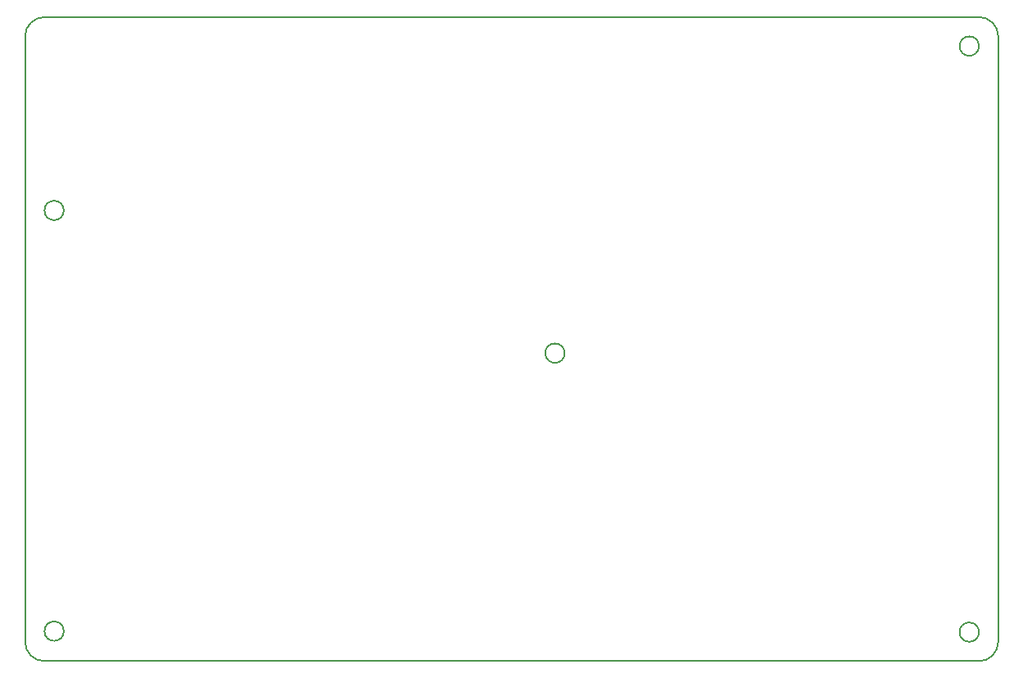
<source format=gbr>
G04 #@! TF.FileFunction,Profile,NP*
%FSLAX46Y46*%
G04 Gerber Fmt 4.6, Leading zero omitted, Abs format (unit mm)*
G04 Created by KiCad (PCBNEW 4.0.6) date 06/17/17 11:54:25*
%MOMM*%
%LPD*%
G01*
G04 APERTURE LIST*
%ADD10C,0.100000*%
%ADD11C,0.150000*%
G04 APERTURE END LIST*
D10*
D11*
X129076249Y-94550000D02*
G75*
G03X129076249Y-94550000I-1001249J0D01*
G01*
X171900000Y-62800000D02*
G75*
G03X171900000Y-62800000I-1000000J0D01*
G01*
X171900312Y-123400000D02*
G75*
G03X171900312Y-123400000I-1000312J0D01*
G01*
X77300000Y-79800000D02*
G75*
G03X77300000Y-79800000I-1000000J0D01*
G01*
X77300000Y-123300000D02*
G75*
G03X77300000Y-123300000I-1000000J0D01*
G01*
X75300000Y-59800000D02*
X171900000Y-59800000D01*
X73300000Y-124400000D02*
X73300000Y-61800000D01*
X171900000Y-126400000D02*
X75300000Y-126400000D01*
X173900000Y-61800000D02*
X173900000Y-124400000D01*
X73300000Y-124400000D02*
G75*
G03X75300000Y-126400000I2000000J0D01*
G01*
X75300000Y-59800000D02*
G75*
G03X73300000Y-61800000I0J-2000000D01*
G01*
X173900000Y-61800000D02*
G75*
G03X171900000Y-59800000I-2000000J0D01*
G01*
X171900000Y-126400000D02*
G75*
G03X173900000Y-124400000I0J2000000D01*
G01*
M02*

</source>
